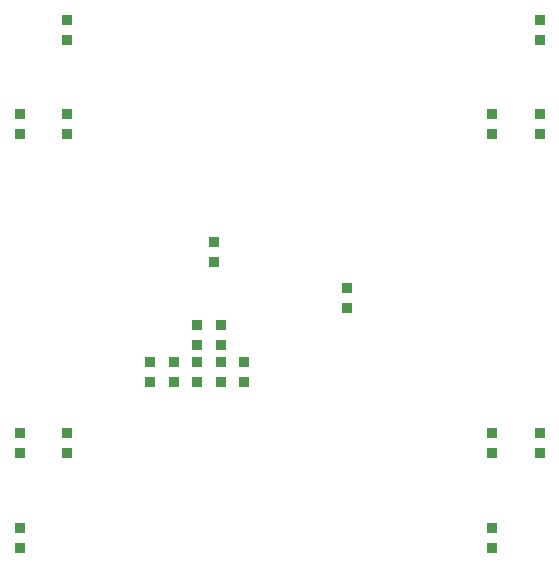
<source format=gbp>
G04*
G04 #@! TF.GenerationSoftware,Altium Limited,Altium Designer,23.4.1 (23)*
G04*
G04 Layer_Color=128*
%FSLAX44Y44*%
%MOMM*%
G71*
G04*
G04 #@! TF.SameCoordinates,68BC9408-1245-4EE3-B557-EFF58EF5A4C6*
G04*
G04*
G04 #@! TF.FilePolarity,Positive*
G04*
G01*
G75*
G04:AMPARAMS|DCode=30|XSize=0.9mm|YSize=0.8mm|CornerRadius=0.06mm|HoleSize=0mm|Usage=FLASHONLY|Rotation=270.000|XOffset=0mm|YOffset=0mm|HoleType=Round|Shape=RoundedRectangle|*
%AMROUNDEDRECTD30*
21,1,0.9000,0.6800,0,0,270.0*
21,1,0.7800,0.8000,0,0,270.0*
1,1,0.1200,-0.3400,-0.3900*
1,1,0.1200,-0.3400,0.3900*
1,1,0.1200,0.3400,0.3900*
1,1,0.1200,0.3400,-0.3900*
%
%ADD30ROUNDEDRECTD30*%
D30*
X80000Y58500D02*
D03*
Y41500D02*
D03*
Y121500D02*
D03*
Y138500D02*
D03*
X120000Y121500D02*
D03*
Y138500D02*
D03*
X480000Y408500D02*
D03*
Y391500D02*
D03*
X520000Y408500D02*
D03*
Y391500D02*
D03*
Y471500D02*
D03*
Y488500D02*
D03*
X480000Y58500D02*
D03*
Y41500D02*
D03*
X520000Y121500D02*
D03*
Y138500D02*
D03*
X480000Y121500D02*
D03*
Y138500D02*
D03*
X357000Y244500D02*
D03*
Y261500D02*
D03*
X190000Y198500D02*
D03*
Y181500D02*
D03*
X210000Y198500D02*
D03*
Y181500D02*
D03*
X230000Y198500D02*
D03*
Y181500D02*
D03*
X250000Y198500D02*
D03*
Y181500D02*
D03*
X270000Y181500D02*
D03*
Y198500D02*
D03*
X80000Y408500D02*
D03*
Y391500D02*
D03*
X120000Y408500D02*
D03*
Y391500D02*
D03*
Y471500D02*
D03*
Y488500D02*
D03*
X244000Y300500D02*
D03*
Y283500D02*
D03*
X250000Y213500D02*
D03*
Y230500D02*
D03*
X230000Y213500D02*
D03*
Y230500D02*
D03*
M02*

</source>
